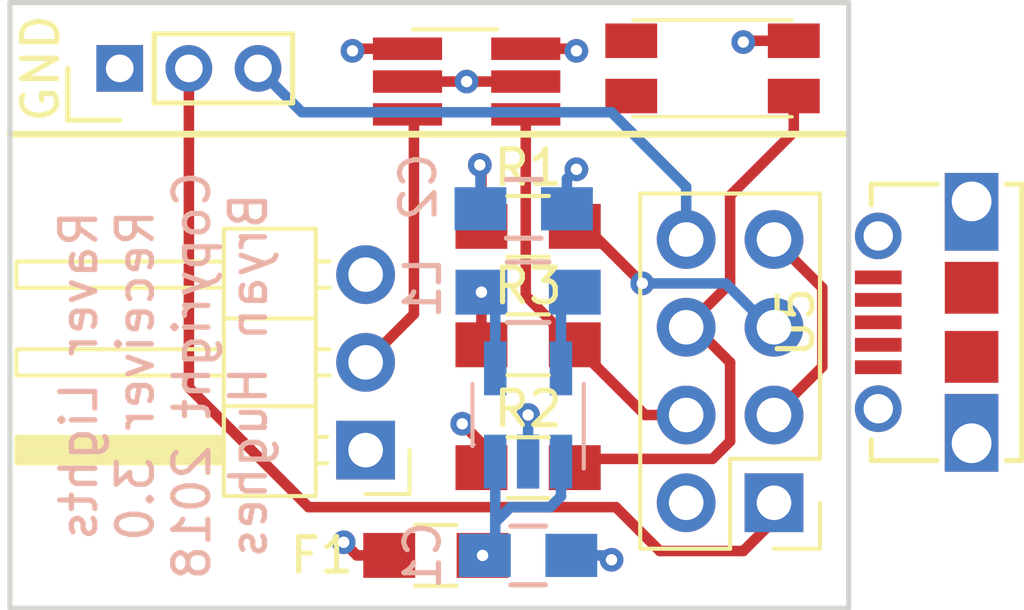
<source format=kicad_pcb>
(kicad_pcb (version 20171130) (host pcbnew "(5.0.2)-1")

  (general
    (thickness 1.6)
    (drawings 7)
    (tracks 83)
    (zones 0)
    (modules 14)
    (nets 12)
  )

  (page A4)
  (layers
    (0 F.Cu signal)
    (1 Ground.Plane power hide)
    (2 Power.Plane power hide)
    (31 B.Cu signal)
    (32 B.Adhes user)
    (33 F.Adhes user)
    (34 B.Paste user)
    (35 F.Paste user)
    (36 B.SilkS user)
    (37 F.SilkS user)
    (38 B.Mask user hide)
    (39 F.Mask user hide)
    (40 Dwgs.User user)
    (41 Cmts.User user)
    (42 Eco1.User user)
    (43 Eco2.User user)
    (44 Edge.Cuts user)
    (45 Margin user)
    (46 B.CrtYd user)
    (47 F.CrtYd user)
    (48 B.Fab user)
    (49 F.Fab user hide)
  )

  (setup
    (last_trace_width 0.1524)
    (user_trace_width 0.1524)
    (user_trace_width 0.3048)
    (user_trace_width 0.6096)
    (user_trace_width 1.2192)
    (trace_clearance 0.1524)
    (zone_clearance 0.508)
    (zone_45_only no)
    (trace_min 0.1524)
    (segment_width 0.2)
    (edge_width 0.15)
    (via_size 0.6858)
    (via_drill 0.3302)
    (via_min_size 0.6858)
    (via_min_drill 0.3302)
    (user_via 0.889 0.381)
    (user_via 1.524 0.762)
    (uvia_size 0.762)
    (uvia_drill 0.508)
    (uvias_allowed no)
    (uvia_min_size 0)
    (uvia_min_drill 0)
    (pcb_text_width 0.3)
    (pcb_text_size 1.016 1.016)
    (mod_edge_width 0.15)
    (mod_text_size 1 1)
    (mod_text_width 0.15)
    (pad_size 1.524 1.524)
    (pad_drill 0.762)
    (pad_to_mask_clearance 0.2)
    (solder_mask_min_width 0.25)
    (aux_axis_origin 0 0)
    (visible_elements 7FFFFFFF)
    (pcbplotparams
      (layerselection 0x000f0_80000001)
      (usegerberextensions false)
      (usegerberattributes false)
      (usegerberadvancedattributes false)
      (creategerberjobfile false)
      (excludeedgelayer true)
      (linewidth 0.100000)
      (plotframeref false)
      (viasonmask false)
      (mode 1)
      (useauxorigin false)
      (hpglpennumber 1)
      (hpglpenspeed 20)
      (hpglpendiameter 15.000000)
      (psnegative false)
      (psa4output false)
      (plotreference true)
      (plotvalue true)
      (plotinvisibletext false)
      (padsonsilk false)
      (subtractmaskfromsilk false)
      (outputformat 1)
      (mirror false)
      (drillshape 0)
      (scaleselection 1)
      (outputdirectory ""))
  )

  (net 0 "")
  (net 1 "Net-(L1-Pad1)")
  (net 2 +5V)
  (net 3 GND)
  (net 4 VCC)
  (net 5 "Net-(P4-Pad2)")
  (net 6 "Net-(P4-Pad3)")
  (net 7 "Net-(R1-Pad2)")
  (net 8 "Net-(R2-Pad2)")
  (net 9 "Net-(R3-Pad2)")
  (net 10 "Net-(U3-Pad2)")
  (net 11 "Net-(C1-Pad1)")

  (net_class Default "This is the default net class."
    (clearance 0.1524)
    (trace_width 0.1524)
    (via_dia 0.6858)
    (via_drill 0.3302)
    (uvia_dia 0.762)
    (uvia_drill 0.508)
    (add_net +5V)
    (add_net GND)
    (add_net "Net-(C1-Pad1)")
    (add_net "Net-(L1-Pad1)")
    (add_net "Net-(P4-Pad2)")
    (add_net "Net-(P4-Pad3)")
    (add_net "Net-(R1-Pad2)")
    (add_net "Net-(R2-Pad2)")
    (add_net "Net-(R3-Pad2)")
    (add_net "Net-(U3-Pad2)")
    (add_net VCC)
  )

  (module Capacitors_SMD:C_0805_HandSoldering (layer B.Cu) (tedit 5AF7DF4F) (tstamp 584F7551)
    (at 142.621 146.177)
    (descr "Capacitor SMD 0805, hand soldering")
    (tags "capacitor 0805")
    (path /57A0E3BE)
    (attr smd)
    (fp_text reference C1 (at -3.048 0 90) (layer B.SilkS)
      (effects (font (size 1 1) (thickness 0.15)) (justify mirror))
    )
    (fp_text value 4.7uF (at -8.255 -0.635) (layer B.Fab) hide
      (effects (font (size 1 1) (thickness 0.15)) (justify mirror))
    )
    (fp_line (start -1 -0.625) (end -1 0.625) (layer B.Fab) (width 0.15))
    (fp_line (start 1 -0.625) (end -1 -0.625) (layer B.Fab) (width 0.15))
    (fp_line (start 1 0.625) (end 1 -0.625) (layer B.Fab) (width 0.15))
    (fp_line (start -1 0.625) (end 1 0.625) (layer B.Fab) (width 0.15))
    (fp_line (start -2.3 1) (end 2.3 1) (layer B.CrtYd) (width 0.05))
    (fp_line (start -2.3 -1) (end 2.3 -1) (layer B.CrtYd) (width 0.05))
    (fp_line (start -2.3 1) (end -2.3 -1) (layer B.CrtYd) (width 0.05))
    (fp_line (start 2.3 1) (end 2.3 -1) (layer B.CrtYd) (width 0.05))
    (fp_line (start 0.5 0.85) (end -0.5 0.85) (layer B.SilkS) (width 0.15))
    (fp_line (start -0.5 -0.85) (end 0.5 -0.85) (layer B.SilkS) (width 0.15))
    (pad 1 smd rect (at -1.25 0) (size 1.5 1.25) (layers B.Cu B.Paste B.Mask)
      (net 11 "Net-(C1-Pad1)"))
    (pad 2 smd rect (at 1.25 0) (size 1.5 1.25) (layers B.Cu B.Paste B.Mask)
      (net 3 GND))
    (model Capacitors_SMD.3dshapes/C_0805_HandSoldering.wrl
      (at (xyz 0 0 0))
      (scale (xyz 1 1 1))
      (rotate (xyz 0 0 0))
    )
  )

  (module Capacitors_SMD:C_0805_HandSoldering (layer B.Cu) (tedit 5AF7DF59) (tstamp 584F7561)
    (at 142.494 136.144)
    (descr "Capacitor SMD 0805, hand soldering")
    (tags "capacitor 0805")
    (path /57A0E396)
    (attr smd)
    (fp_text reference C2 (at -3.048 -0.635 90) (layer B.SilkS)
      (effects (font (size 1 1) (thickness 0.15)) (justify mirror))
    )
    (fp_text value 10uF (at -1.27 -4.445) (layer B.Fab) hide
      (effects (font (size 1 1) (thickness 0.15)) (justify mirror))
    )
    (fp_line (start -1 -0.625) (end -1 0.625) (layer B.Fab) (width 0.15))
    (fp_line (start 1 -0.625) (end -1 -0.625) (layer B.Fab) (width 0.15))
    (fp_line (start 1 0.625) (end 1 -0.625) (layer B.Fab) (width 0.15))
    (fp_line (start -1 0.625) (end 1 0.625) (layer B.Fab) (width 0.15))
    (fp_line (start -2.3 1) (end 2.3 1) (layer B.CrtYd) (width 0.05))
    (fp_line (start -2.3 -1) (end 2.3 -1) (layer B.CrtYd) (width 0.05))
    (fp_line (start -2.3 1) (end -2.3 -1) (layer B.CrtYd) (width 0.05))
    (fp_line (start 2.3 1) (end 2.3 -1) (layer B.CrtYd) (width 0.05))
    (fp_line (start 0.5 0.85) (end -0.5 0.85) (layer B.SilkS) (width 0.15))
    (fp_line (start -0.5 -0.85) (end 0.5 -0.85) (layer B.SilkS) (width 0.15))
    (pad 1 smd rect (at -1.25 0) (size 1.5 1.25) (layers B.Cu B.Paste B.Mask)
      (net 4 VCC))
    (pad 2 smd rect (at 1.25 0) (size 1.5 1.25) (layers B.Cu B.Paste B.Mask)
      (net 3 GND))
    (model Capacitors_SMD.3dshapes/C_0805_HandSoldering.wrl
      (at (xyz 0 0 0))
      (scale (xyz 1 1 1))
      (rotate (xyz 0 0 0))
    )
  )

  (module Resistors_SMD:R_0805_HandSoldering (layer B.Cu) (tedit 5AF7DF5C) (tstamp 584F7571)
    (at 142.621 138.557 180)
    (descr "Resistor SMD 0805, hand soldering")
    (tags "resistor 0805")
    (path /57A0E1B1)
    (attr smd)
    (fp_text reference L1 (at 3.048 0.127 270) (layer B.SilkS)
      (effects (font (size 1 1) (thickness 0.15)) (justify mirror))
    )
    (fp_text value 2.2uH (at 7.62 0.635 180) (layer B.Fab) hide
      (effects (font (size 1 1) (thickness 0.15)) (justify mirror))
    )
    (fp_line (start -1 -0.625) (end -1 0.625) (layer B.Fab) (width 0.1))
    (fp_line (start 1 -0.625) (end -1 -0.625) (layer B.Fab) (width 0.1))
    (fp_line (start 1 0.625) (end 1 -0.625) (layer B.Fab) (width 0.1))
    (fp_line (start -1 0.625) (end 1 0.625) (layer B.Fab) (width 0.1))
    (fp_line (start -2.4 1) (end 2.4 1) (layer B.CrtYd) (width 0.05))
    (fp_line (start -2.4 -1) (end 2.4 -1) (layer B.CrtYd) (width 0.05))
    (fp_line (start -2.4 1) (end -2.4 -1) (layer B.CrtYd) (width 0.05))
    (fp_line (start 2.4 1) (end 2.4 -1) (layer B.CrtYd) (width 0.05))
    (fp_line (start 0.6 -0.875) (end -0.6 -0.875) (layer B.SilkS) (width 0.15))
    (fp_line (start -0.6 0.875) (end 0.6 0.875) (layer B.SilkS) (width 0.15))
    (pad 1 smd rect (at -1.35 0 180) (size 1.5 1.3) (layers B.Cu B.Paste B.Mask)
      (net 1 "Net-(L1-Pad1)"))
    (pad 2 smd rect (at 1.35 0 180) (size 1.5 1.3) (layers B.Cu B.Paste B.Mask)
      (net 4 VCC))
    (model Resistors_SMD.3dshapes/R_0805_HandSoldering.wrl
      (at (xyz 0 0 0))
      (scale (xyz 1 1 1))
      (rotate (xyz 0 0 0))
    )
  )

  (module Pin_Headers:Pin_Header_Straight_1x03_Pitch2.00mm (layer F.Cu) (tedit 58535BB3) (tstamp 58505AD4)
    (at 130.81 132.08 90)
    (descr "Through hole pin header, 1x03, 2.00mm pitch, single row")
    (tags "pin header single row")
    (path /584F7038)
    (fp_text reference P4 (at 14.351 -5.08 90) (layer F.SilkS) hide
      (effects (font (size 1 1) (thickness 0.15)))
    )
    (fp_text value SERIAL (at -10.16 -4.445 90) (layer F.Fab) hide
      (effects (font (size 1 1) (thickness 0.15)))
    )
    (fp_line (start -1 1) (end 1 1) (layer F.SilkS) (width 0.15))
    (fp_line (start 1 1) (end 1 5) (layer F.SilkS) (width 0.15))
    (fp_line (start 1 5) (end -1 5) (layer F.SilkS) (width 0.15))
    (fp_line (start -1 5) (end -1 1) (layer F.SilkS) (width 0.15))
    (fp_line (start -1.6 -1.6) (end 1.6 -1.6) (layer F.CrtYd) (width 0.05))
    (fp_line (start 1.6 -1.6) (end 1.6 5.6) (layer F.CrtYd) (width 0.05))
    (fp_line (start 1.6 5.6) (end -1.6 5.6) (layer F.CrtYd) (width 0.05))
    (fp_line (start -1.6 5.6) (end -1.6 -1.6) (layer F.CrtYd) (width 0.05))
    (fp_line (start -1.5 0) (end -1.5 -1.5) (layer F.SilkS) (width 0.15))
    (fp_line (start -1.5 -1.5) (end 0 -1.5) (layer F.SilkS) (width 0.15))
    (pad 1 thru_hole rect (at 0 0 90) (size 1.35 1.35) (drill 0.8) (layers *.Cu *.Mask)
      (net 3 GND))
    (pad 2 thru_hole circle (at 0 2 90) (size 1.35 1.35) (drill 0.8) (layers *.Cu *.Mask)
      (net 5 "Net-(P4-Pad2)"))
    (pad 3 thru_hole circle (at 0 4 90) (size 1.35 1.35) (drill 0.8) (layers *.Cu *.Mask)
      (net 6 "Net-(P4-Pad3)"))
    (model Pin_Headers.3dshapes/Pin_Header_Straight_1x03_Pitch2.00mm.wrl
      (at (xyz 0 0 0))
      (scale (xyz 1 1 1))
      (rotate (xyz 0 0 0))
    )
  )

  (module Resistors_SMD:R_0805_HandSoldering (layer F.Cu) (tedit 5AF7DE59) (tstamp 5AF73F3F)
    (at 142.621 136.652)
    (descr "Resistor SMD 0805, hand soldering")
    (tags "resistor 0805")
    (path /5AF750F4)
    (attr smd)
    (fp_text reference R1 (at 0 -1.7) (layer F.SilkS)
      (effects (font (size 1 1) (thickness 0.15)))
    )
    (fp_text value 10k (at 0 1.75) (layer F.Fab) hide
      (effects (font (size 1 1) (thickness 0.15)))
    )
    (fp_text user %R (at 0 0) (layer F.Fab)
      (effects (font (size 0.5 0.5) (thickness 0.075)))
    )
    (fp_line (start -1 0.62) (end -1 -0.62) (layer F.Fab) (width 0.1))
    (fp_line (start 1 0.62) (end -1 0.62) (layer F.Fab) (width 0.1))
    (fp_line (start 1 -0.62) (end 1 0.62) (layer F.Fab) (width 0.1))
    (fp_line (start -1 -0.62) (end 1 -0.62) (layer F.Fab) (width 0.1))
    (fp_line (start 0.6 0.88) (end -0.6 0.88) (layer F.SilkS) (width 0.12))
    (fp_line (start -0.6 -0.88) (end 0.6 -0.88) (layer F.SilkS) (width 0.12))
    (fp_line (start -2.35 -0.9) (end 2.35 -0.9) (layer F.CrtYd) (width 0.05))
    (fp_line (start -2.35 -0.9) (end -2.35 0.9) (layer F.CrtYd) (width 0.05))
    (fp_line (start 2.35 0.9) (end 2.35 -0.9) (layer F.CrtYd) (width 0.05))
    (fp_line (start 2.35 0.9) (end -2.35 0.9) (layer F.CrtYd) (width 0.05))
    (pad 1 smd rect (at -1.35 0) (size 1.5 1.3) (layers F.Cu F.Paste F.Mask)
      (net 4 VCC))
    (pad 2 smd rect (at 1.35 0) (size 1.5 1.3) (layers F.Cu F.Paste F.Mask)
      (net 7 "Net-(R1-Pad2)"))
    (model ${KISYS3DMOD}/Resistors_SMD.3dshapes/R_0805.wrl
      (at (xyz 0 0 0))
      (scale (xyz 1 1 1))
      (rotate (xyz 0 0 0))
    )
  )

  (module Resistors_SMD:R_0805_HandSoldering (layer F.Cu) (tedit 5AF7DE65) (tstamp 5AF73F50)
    (at 142.621 143.637)
    (descr "Resistor SMD 0805, hand soldering")
    (tags "resistor 0805")
    (path /5AF74B18)
    (attr smd)
    (fp_text reference R2 (at 0 -1.7) (layer F.SilkS)
      (effects (font (size 1 1) (thickness 0.15)))
    )
    (fp_text value 1k (at 0 1.75) (layer F.Fab) hide
      (effects (font (size 1 1) (thickness 0.15)))
    )
    (fp_text user %R (at 0 0) (layer F.Fab)
      (effects (font (size 0.5 0.5) (thickness 0.075)))
    )
    (fp_line (start -1 0.62) (end -1 -0.62) (layer F.Fab) (width 0.1))
    (fp_line (start 1 0.62) (end -1 0.62) (layer F.Fab) (width 0.1))
    (fp_line (start 1 -0.62) (end 1 0.62) (layer F.Fab) (width 0.1))
    (fp_line (start -1 -0.62) (end 1 -0.62) (layer F.Fab) (width 0.1))
    (fp_line (start 0.6 0.88) (end -0.6 0.88) (layer F.SilkS) (width 0.12))
    (fp_line (start -0.6 -0.88) (end 0.6 -0.88) (layer F.SilkS) (width 0.12))
    (fp_line (start -2.35 -0.9) (end 2.35 -0.9) (layer F.CrtYd) (width 0.05))
    (fp_line (start -2.35 -0.9) (end -2.35 0.9) (layer F.CrtYd) (width 0.05))
    (fp_line (start 2.35 0.9) (end 2.35 -0.9) (layer F.CrtYd) (width 0.05))
    (fp_line (start 2.35 0.9) (end -2.35 0.9) (layer F.CrtYd) (width 0.05))
    (pad 1 smd rect (at -1.35 0) (size 1.5 1.3) (layers F.Cu F.Paste F.Mask)
      (net 4 VCC))
    (pad 2 smd rect (at 1.35 0) (size 1.5 1.3) (layers F.Cu F.Paste F.Mask)
      (net 8 "Net-(R2-Pad2)"))
    (model ${KISYS3DMOD}/Resistors_SMD.3dshapes/R_0805.wrl
      (at (xyz 0 0 0))
      (scale (xyz 1 1 1))
      (rotate (xyz 0 0 0))
    )
  )

  (module Resistors_SMD:R_0805_HandSoldering (layer F.Cu) (tedit 5AF7DE60) (tstamp 5AF73F61)
    (at 142.621 140.081)
    (descr "Resistor SMD 0805, hand soldering")
    (tags "resistor 0805")
    (path /5AF74F31)
    (attr smd)
    (fp_text reference R3 (at 0 -1.7) (layer F.SilkS)
      (effects (font (size 1 1) (thickness 0.15)))
    )
    (fp_text value 10k (at 0 1.75) (layer F.Fab) hide
      (effects (font (size 1 1) (thickness 0.15)))
    )
    (fp_text user %R (at 0 0) (layer F.Fab)
      (effects (font (size 0.5 0.5) (thickness 0.075)))
    )
    (fp_line (start -1 0.62) (end -1 -0.62) (layer F.Fab) (width 0.1))
    (fp_line (start 1 0.62) (end -1 0.62) (layer F.Fab) (width 0.1))
    (fp_line (start 1 -0.62) (end 1 0.62) (layer F.Fab) (width 0.1))
    (fp_line (start -1 -0.62) (end 1 -0.62) (layer F.Fab) (width 0.1))
    (fp_line (start 0.6 0.88) (end -0.6 0.88) (layer F.SilkS) (width 0.12))
    (fp_line (start -0.6 -0.88) (end 0.6 -0.88) (layer F.SilkS) (width 0.12))
    (fp_line (start -2.35 -0.9) (end 2.35 -0.9) (layer F.CrtYd) (width 0.05))
    (fp_line (start -2.35 -0.9) (end -2.35 0.9) (layer F.CrtYd) (width 0.05))
    (fp_line (start 2.35 0.9) (end 2.35 -0.9) (layer F.CrtYd) (width 0.05))
    (fp_line (start 2.35 0.9) (end -2.35 0.9) (layer F.CrtYd) (width 0.05))
    (pad 1 smd rect (at -1.35 0) (size 1.5 1.3) (layers F.Cu F.Paste F.Mask)
      (net 4 VCC))
    (pad 2 smd rect (at 1.35 0) (size 1.5 1.3) (layers F.Cu F.Paste F.Mask)
      (net 9 "Net-(R3-Pad2)"))
    (model ${KISYS3DMOD}/Resistors_SMD.3dshapes/R_0805.wrl
      (at (xyz 0 0 0))
      (scale (xyz 1 1 1))
      (rotate (xyz 0 0 0))
    )
  )

  (module Pin_Headers:Pin_Header_Straight_2x04_Pitch2.54mm (layer F.Cu) (tedit 5AF9EAA4) (tstamp 5AF73F7F)
    (at 149.733 144.653 180)
    (descr "Through hole straight pin header, 2x04, 2.54mm pitch, double rows")
    (tags "Through hole pin header THT 2x04 2.54mm double row")
    (path /5AB148BB)
    (fp_text reference U2 (at 1.27 -2.33 180) (layer F.SilkS) hide
      (effects (font (size 1 1) (thickness 0.15)))
    )
    (fp_text value ESP-01 (at 1.27 9.95 180) (layer F.Fab) hide
      (effects (font (size 1 1) (thickness 0.15)))
    )
    (fp_line (start 0 -1.27) (end 3.81 -1.27) (layer F.Fab) (width 0.1))
    (fp_line (start 3.81 -1.27) (end 3.81 8.89) (layer F.Fab) (width 0.1))
    (fp_line (start 3.81 8.89) (end -1.27 8.89) (layer F.Fab) (width 0.1))
    (fp_line (start -1.27 8.89) (end -1.27 0) (layer F.Fab) (width 0.1))
    (fp_line (start -1.27 0) (end 0 -1.27) (layer F.Fab) (width 0.1))
    (fp_line (start -1.33 8.95) (end 3.87 8.95) (layer F.SilkS) (width 0.12))
    (fp_line (start -1.33 1.27) (end -1.33 8.95) (layer F.SilkS) (width 0.12))
    (fp_line (start 3.87 -1.33) (end 3.87 8.95) (layer F.SilkS) (width 0.12))
    (fp_line (start -1.33 1.27) (end 1.27 1.27) (layer F.SilkS) (width 0.12))
    (fp_line (start 1.27 1.27) (end 1.27 -1.33) (layer F.SilkS) (width 0.12))
    (fp_line (start 1.27 -1.33) (end 3.87 -1.33) (layer F.SilkS) (width 0.12))
    (fp_line (start -1.33 0) (end -1.33 -1.33) (layer F.SilkS) (width 0.12))
    (fp_line (start -1.33 -1.33) (end 0 -1.33) (layer F.SilkS) (width 0.12))
    (fp_line (start -1.8 -1.8) (end -1.8 9.4) (layer F.CrtYd) (width 0.05))
    (fp_line (start -1.8 9.4) (end 4.35 9.4) (layer F.CrtYd) (width 0.05))
    (fp_line (start 4.35 9.4) (end 4.35 -1.8) (layer F.CrtYd) (width 0.05))
    (fp_line (start 4.35 -1.8) (end -1.8 -1.8) (layer F.CrtYd) (width 0.05))
    (fp_text user %R (at 1.27 3.81 270) (layer F.Fab) hide
      (effects (font (size 1 1) (thickness 0.15)))
    )
    (pad 1 thru_hole rect (at 0 0 180) (size 1.7 1.7) (drill 1) (layers *.Cu *.Mask)
      (net 5 "Net-(P4-Pad2)"))
    (pad 2 thru_hole oval (at 2.54 0 180) (size 1.7 1.7) (drill 1) (layers *.Cu *.Mask)
      (net 3 GND))
    (pad 3 thru_hole oval (at 0 2.54 180) (size 1.7 1.7) (drill 1) (layers *.Cu *.Mask)
      (net 4 VCC))
    (pad 4 thru_hole oval (at 2.54 2.54 180) (size 1.7 1.7) (drill 1) (layers *.Cu *.Mask)
      (net 9 "Net-(R3-Pad2)"))
    (pad 5 thru_hole oval (at 0 5.08 180) (size 1.7 1.7) (drill 1) (layers *.Cu *.Mask)
      (net 7 "Net-(R1-Pad2)"))
    (pad 6 thru_hole oval (at 2.54 5.08 180) (size 1.7 1.7) (drill 1) (layers *.Cu *.Mask)
      (net 8 "Net-(R2-Pad2)"))
    (pad 7 thru_hole oval (at 0 7.62 180) (size 1.7 1.7) (drill 1) (layers *.Cu *.Mask)
      (net 4 VCC))
    (pad 8 thru_hole oval (at 2.54 7.62 180) (size 1.7 1.7) (drill 1) (layers *.Cu *.Mask)
      (net 6 "Net-(P4-Pad3)"))
    (model ${KISYS3DMOD}/Pin_Headers.3dshapes/Pin_Header_Straight_2x04_Pitch2.54mm.wrl
      (at (xyz 0 0 0))
      (scale (xyz 1 1 1))
      (rotate (xyz 0 0 0))
    )
  )

  (module Pin_Headers:Pin_Header_Angled_1x03_Pitch2.54mm (layer F.Cu) (tedit 5AF9EAAB) (tstamp 5AF73FBF)
    (at 137.922 143.129 180)
    (descr "Through hole angled pin header, 1x03, 2.54mm pitch, 6mm pin length, single row")
    (tags "Through hole angled pin header THT 1x03 2.54mm single row")
    (path /5AF73B94)
    (fp_text reference U3 (at 4.385 -2.27 180) (layer F.SilkS) hide
      (effects (font (size 1 1) (thickness 0.15)))
    )
    (fp_text value NeoPixel (at 4.385 7.35 180) (layer F.Fab) hide
      (effects (font (size 1 1) (thickness 0.15)))
    )
    (fp_line (start 2.135 -1.27) (end 4.04 -1.27) (layer F.Fab) (width 0.1))
    (fp_line (start 4.04 -1.27) (end 4.04 6.35) (layer F.Fab) (width 0.1))
    (fp_line (start 4.04 6.35) (end 1.5 6.35) (layer F.Fab) (width 0.1))
    (fp_line (start 1.5 6.35) (end 1.5 -0.635) (layer F.Fab) (width 0.1))
    (fp_line (start 1.5 -0.635) (end 2.135 -1.27) (layer F.Fab) (width 0.1))
    (fp_line (start -0.32 -0.32) (end 1.5 -0.32) (layer F.Fab) (width 0.1))
    (fp_line (start -0.32 -0.32) (end -0.32 0.32) (layer F.Fab) (width 0.1))
    (fp_line (start -0.32 0.32) (end 1.5 0.32) (layer F.Fab) (width 0.1))
    (fp_line (start 4.04 -0.32) (end 10.04 -0.32) (layer F.Fab) (width 0.1))
    (fp_line (start 10.04 -0.32) (end 10.04 0.32) (layer F.Fab) (width 0.1))
    (fp_line (start 4.04 0.32) (end 10.04 0.32) (layer F.Fab) (width 0.1))
    (fp_line (start -0.32 2.22) (end 1.5 2.22) (layer F.Fab) (width 0.1))
    (fp_line (start -0.32 2.22) (end -0.32 2.86) (layer F.Fab) (width 0.1))
    (fp_line (start -0.32 2.86) (end 1.5 2.86) (layer F.Fab) (width 0.1))
    (fp_line (start 4.04 2.22) (end 10.04 2.22) (layer F.Fab) (width 0.1))
    (fp_line (start 10.04 2.22) (end 10.04 2.86) (layer F.Fab) (width 0.1))
    (fp_line (start 4.04 2.86) (end 10.04 2.86) (layer F.Fab) (width 0.1))
    (fp_line (start -0.32 4.76) (end 1.5 4.76) (layer F.Fab) (width 0.1))
    (fp_line (start -0.32 4.76) (end -0.32 5.4) (layer F.Fab) (width 0.1))
    (fp_line (start -0.32 5.4) (end 1.5 5.4) (layer F.Fab) (width 0.1))
    (fp_line (start 4.04 4.76) (end 10.04 4.76) (layer F.Fab) (width 0.1))
    (fp_line (start 10.04 4.76) (end 10.04 5.4) (layer F.Fab) (width 0.1))
    (fp_line (start 4.04 5.4) (end 10.04 5.4) (layer F.Fab) (width 0.1))
    (fp_line (start 1.44 -1.33) (end 1.44 6.41) (layer F.SilkS) (width 0.12))
    (fp_line (start 1.44 6.41) (end 4.1 6.41) (layer F.SilkS) (width 0.12))
    (fp_line (start 4.1 6.41) (end 4.1 -1.33) (layer F.SilkS) (width 0.12))
    (fp_line (start 4.1 -1.33) (end 1.44 -1.33) (layer F.SilkS) (width 0.12))
    (fp_line (start 4.1 -0.38) (end 10.1 -0.38) (layer F.SilkS) (width 0.12))
    (fp_line (start 10.1 -0.38) (end 10.1 0.38) (layer F.SilkS) (width 0.12))
    (fp_line (start 10.1 0.38) (end 4.1 0.38) (layer F.SilkS) (width 0.12))
    (fp_line (start 4.1 -0.32) (end 10.1 -0.32) (layer F.SilkS) (width 0.12))
    (fp_line (start 4.1 -0.2) (end 10.1 -0.2) (layer F.SilkS) (width 0.12))
    (fp_line (start 4.1 -0.08) (end 10.1 -0.08) (layer F.SilkS) (width 0.12))
    (fp_line (start 4.1 0.04) (end 10.1 0.04) (layer F.SilkS) (width 0.12))
    (fp_line (start 4.1 0.16) (end 10.1 0.16) (layer F.SilkS) (width 0.12))
    (fp_line (start 4.1 0.28) (end 10.1 0.28) (layer F.SilkS) (width 0.12))
    (fp_line (start 1.11 -0.38) (end 1.44 -0.38) (layer F.SilkS) (width 0.12))
    (fp_line (start 1.11 0.38) (end 1.44 0.38) (layer F.SilkS) (width 0.12))
    (fp_line (start 1.44 1.27) (end 4.1 1.27) (layer F.SilkS) (width 0.12))
    (fp_line (start 4.1 2.16) (end 10.1 2.16) (layer F.SilkS) (width 0.12))
    (fp_line (start 10.1 2.16) (end 10.1 2.92) (layer F.SilkS) (width 0.12))
    (fp_line (start 10.1 2.92) (end 4.1 2.92) (layer F.SilkS) (width 0.12))
    (fp_line (start 1.042929 2.16) (end 1.44 2.16) (layer F.SilkS) (width 0.12))
    (fp_line (start 1.042929 2.92) (end 1.44 2.92) (layer F.SilkS) (width 0.12))
    (fp_line (start 1.44 3.81) (end 4.1 3.81) (layer F.SilkS) (width 0.12))
    (fp_line (start 4.1 4.7) (end 10.1 4.7) (layer F.SilkS) (width 0.12))
    (fp_line (start 10.1 4.7) (end 10.1 5.46) (layer F.SilkS) (width 0.12))
    (fp_line (start 10.1 5.46) (end 4.1 5.46) (layer F.SilkS) (width 0.12))
    (fp_line (start 1.042929 4.7) (end 1.44 4.7) (layer F.SilkS) (width 0.12))
    (fp_line (start 1.042929 5.46) (end 1.44 5.46) (layer F.SilkS) (width 0.12))
    (fp_line (start -1.27 0) (end -1.27 -1.27) (layer F.SilkS) (width 0.12))
    (fp_line (start -1.27 -1.27) (end 0 -1.27) (layer F.SilkS) (width 0.12))
    (fp_line (start -1.8 -1.8) (end -1.8 6.85) (layer F.CrtYd) (width 0.05))
    (fp_line (start -1.8 6.85) (end 10.55 6.85) (layer F.CrtYd) (width 0.05))
    (fp_line (start 10.55 6.85) (end 10.55 -1.8) (layer F.CrtYd) (width 0.05))
    (fp_line (start 10.55 -1.8) (end -1.8 -1.8) (layer F.CrtYd) (width 0.05))
    (fp_text user %R (at 2.77 2.54 270) (layer F.Fab) hide
      (effects (font (size 1 1) (thickness 0.15)))
    )
    (pad 1 thru_hole rect (at 0 0 180) (size 1.7 1.7) (drill 1) (layers *.Cu *.Mask)
      (net 3 GND))
    (pad 2 thru_hole oval (at 0 2.54 180) (size 1.7 1.7) (drill 1) (layers *.Cu *.Mask)
      (net 10 "Net-(U3-Pad2)"))
    (pad 3 thru_hole oval (at 0 5.08 180) (size 1.7 1.7) (drill 1) (layers *.Cu *.Mask)
      (net 2 +5V))
    (model ${KISYS3DMOD}/Pin_Headers.3dshapes/Pin_Header_Angled_1x03_Pitch2.54mm.wrl
      (at (xyz 0 0 0))
      (scale (xyz 1 1 1))
      (rotate (xyz 0 0 0))
    )
  )

  (module TO_SOT_Packages_SMD:TSOT-23-6_HandSoldering (layer F.Cu) (tedit 5AF7DE7C) (tstamp 5AF73FD5)
    (at 140.843 132.461)
    (descr "6-pin TSOT23 package, http://cds.linear.com/docs/en/packaging/SOT_6_05-08-1636.pdf")
    (tags "TSOT-23-6 MK06A TSOT-6 Hand-soldering")
    (path /5AF73B4F)
    (attr smd)
    (fp_text reference U4 (at 0 -2.45) (layer F.SilkS) hide
      (effects (font (size 1 1) (thickness 0.15)))
    )
    (fp_text value SN74LVC1T45 (at 0 2.5) (layer F.Fab) hide
      (effects (font (size 1 1) (thickness 0.15)))
    )
    (fp_text user %R (at 0 0 90) (layer F.Fab)
      (effects (font (size 0.5 0.5) (thickness 0.075)))
    )
    (fp_line (start -0.88 1.56) (end 0.88 1.56) (layer F.SilkS) (width 0.12))
    (fp_line (start 0.88 -1.51) (end -1.55 -1.51) (layer F.SilkS) (width 0.12))
    (fp_line (start -0.88 -1) (end -0.43 -1.45) (layer F.Fab) (width 0.1))
    (fp_line (start 0.88 -1.45) (end -0.43 -1.45) (layer F.Fab) (width 0.1))
    (fp_line (start -0.88 -1) (end -0.88 1.45) (layer F.Fab) (width 0.1))
    (fp_line (start 0.88 1.45) (end -0.88 1.45) (layer F.Fab) (width 0.1))
    (fp_line (start 0.88 -1.45) (end 0.88 1.45) (layer F.Fab) (width 0.1))
    (fp_line (start -2.96 -1.7) (end 2.96 -1.7) (layer F.CrtYd) (width 0.05))
    (fp_line (start -2.96 -1.7) (end -2.96 1.7) (layer F.CrtYd) (width 0.05))
    (fp_line (start 2.96 1.7) (end 2.96 -1.7) (layer F.CrtYd) (width 0.05))
    (fp_line (start 2.96 1.7) (end -2.96 1.7) (layer F.CrtYd) (width 0.05))
    (pad 1 smd rect (at -1.71 -0.95) (size 2 0.65) (layers F.Cu F.Paste F.Mask)
      (net 2 +5V))
    (pad 2 smd rect (at -1.71 0) (size 2 0.65) (layers F.Cu F.Paste F.Mask)
      (net 3 GND))
    (pad 3 smd rect (at -1.71 0.95) (size 2 0.65) (layers F.Cu F.Paste F.Mask)
      (net 10 "Net-(U3-Pad2)"))
    (pad 4 smd rect (at 1.71 0.95) (size 2 0.65) (layers F.Cu F.Paste F.Mask)
      (net 9 "Net-(R3-Pad2)"))
    (pad 5 smd rect (at 1.71 0) (size 2 0.65) (layers F.Cu F.Paste F.Mask)
      (net 3 GND))
    (pad 6 smd rect (at 1.71 -0.95) (size 2 0.65) (layers F.Cu F.Paste F.Mask)
      (net 4 VCC))
    (model ${KISYS3DMOD}/TO_SOT_Packages_SMD.3dshapes/TSOT-23-6.wrl
      (at (xyz 0 0 0))
      (scale (xyz 1 1 1))
      (rotate (xyz 0 0 0))
    )
  )

  (module nebrius-switch:KMR641NG (layer F.Cu) (tedit 5AF7DECC) (tstamp 5AF7409C)
    (at 147.955 132.08 180)
    (path /5AF74A6E)
    (fp_text reference SW1 (at 0 4 180) (layer F.SilkS) hide
      (effects (font (size 1 1) (thickness 0.15)))
    )
    (fp_text value SW_DPST (at 0 -4.75 180) (layer F.Fab) hide
      (effects (font (size 1 1) (thickness 0.15)))
    )
    (fp_line (start -2.3 1.4) (end 2.3 1.4) (layer F.SilkS) (width 0.1))
    (fp_line (start -2.3 -1.4) (end 2.3 -1.4) (layer F.SilkS) (width 0.1))
    (pad 1 smd rect (at -2.35 -0.8 180) (size 1.5 1) (layers F.Cu F.Paste F.Mask)
      (net 8 "Net-(R2-Pad2)"))
    (pad 2 smd rect (at -2.35 0.8 180) (size 1.5 1) (layers F.Cu F.Paste F.Mask)
      (net 3 GND))
    (pad 3 smd rect (at 2.35 -0.8 180) (size 1.5 1) (layers F.Cu F.Paste F.Mask))
    (pad 4 smd rect (at 2.35 0.8 180) (size 1.5 1) (layers F.Cu F.Paste F.Mask))
  )

  (module TO_SOT_Packages_SMD:SOT-23-5_HandSoldering (layer B.Cu) (tedit 5AF7EBF4) (tstamp 5AF740A5)
    (at 142.621 142.113 90)
    (descr "5-pin SOT23 package")
    (tags "SOT-23-5 hand-soldering")
    (path /5AB1453B)
    (attr smd)
    (fp_text reference U1 (at 0 2.9 90) (layer B.SilkS) hide
      (effects (font (size 1 1) (thickness 0.15)) (justify mirror))
    )
    (fp_text value LM3671 (at 0 -2.9 90) (layer B.Fab) hide
      (effects (font (size 1 1) (thickness 0.15)) (justify mirror))
    )
    (fp_text user %R (at 0 0) (layer B.Fab)
      (effects (font (size 0.5 0.5) (thickness 0.075)) (justify mirror))
    )
    (fp_line (start -0.9 -1.61) (end 0.9 -1.61) (layer B.SilkS) (width 0.12))
    (fp_line (start 0.9 1.61) (end -1.55 1.61) (layer B.SilkS) (width 0.12))
    (fp_line (start -0.9 0.9) (end -0.25 1.55) (layer B.Fab) (width 0.1))
    (fp_line (start 0.9 1.55) (end -0.25 1.55) (layer B.Fab) (width 0.1))
    (fp_line (start -0.9 0.9) (end -0.9 -1.55) (layer B.Fab) (width 0.1))
    (fp_line (start 0.9 -1.55) (end -0.9 -1.55) (layer B.Fab) (width 0.1))
    (fp_line (start 0.9 1.55) (end 0.9 -1.55) (layer B.Fab) (width 0.1))
    (fp_line (start -2.38 1.8) (end 2.38 1.8) (layer B.CrtYd) (width 0.05))
    (fp_line (start -2.38 1.8) (end -2.38 -1.8) (layer B.CrtYd) (width 0.05))
    (fp_line (start 2.38 -1.8) (end 2.38 1.8) (layer B.CrtYd) (width 0.05))
    (fp_line (start 2.38 -1.8) (end -2.38 -1.8) (layer B.CrtYd) (width 0.05))
    (pad 1 smd rect (at -1.35 0.95 90) (size 1.56 0.65) (layers B.Cu B.Paste B.Mask)
      (net 11 "Net-(C1-Pad1)"))
    (pad 2 smd rect (at -1.35 0 90) (size 1.56 0.65) (layers B.Cu B.Paste B.Mask)
      (net 3 GND))
    (pad 3 smd rect (at -1.35 -0.95 90) (size 1.56 0.65) (layers B.Cu B.Paste B.Mask)
      (net 11 "Net-(C1-Pad1)"))
    (pad 4 smd rect (at 1.35 -0.95 90) (size 1.56 0.65) (layers B.Cu B.Paste B.Mask)
      (net 4 VCC))
    (pad 5 smd rect (at 1.35 0.95 90) (size 1.56 0.65) (layers B.Cu B.Paste B.Mask)
      (net 1 "Net-(L1-Pad1)"))
    (model ${KISYS3DMOD}/TO_SOT_Packages_SMD.3dshapes\SOT-23-5.wrl
      (at (xyz 0 0 0))
      (scale (xyz 1 1 1))
      (rotate (xyz 0 0 0))
    )
  )

  (module Resistors_SMD:R_0805_HandSoldering (layer F.Cu) (tedit 5AF9F04D) (tstamp 5AF9F08B)
    (at 139.954 146.177 180)
    (descr "Resistor SMD 0805, hand soldering")
    (tags "resistor 0805")
    (path /5AF9F066)
    (attr smd)
    (fp_text reference F1 (at 3.302 0 180) (layer F.SilkS)
      (effects (font (size 1 1) (thickness 0.15)))
    )
    (fp_text value Fuse (at 0 1.75 180) (layer F.Fab) hide
      (effects (font (size 1 1) (thickness 0.15)))
    )
    (fp_text user %R (at 0 0 180) (layer F.Fab)
      (effects (font (size 0.5 0.5) (thickness 0.075)))
    )
    (fp_line (start -1 0.62) (end -1 -0.62) (layer F.Fab) (width 0.1))
    (fp_line (start 1 0.62) (end -1 0.62) (layer F.Fab) (width 0.1))
    (fp_line (start 1 -0.62) (end 1 0.62) (layer F.Fab) (width 0.1))
    (fp_line (start -1 -0.62) (end 1 -0.62) (layer F.Fab) (width 0.1))
    (fp_line (start 0.6 0.88) (end -0.6 0.88) (layer F.SilkS) (width 0.12))
    (fp_line (start -0.6 -0.88) (end 0.6 -0.88) (layer F.SilkS) (width 0.12))
    (fp_line (start -2.35 -0.9) (end 2.35 -0.9) (layer F.CrtYd) (width 0.05))
    (fp_line (start -2.35 -0.9) (end -2.35 0.9) (layer F.CrtYd) (width 0.05))
    (fp_line (start 2.35 0.9) (end 2.35 -0.9) (layer F.CrtYd) (width 0.05))
    (fp_line (start 2.35 0.9) (end -2.35 0.9) (layer F.CrtYd) (width 0.05))
    (pad 1 smd rect (at -1.35 0 180) (size 1.5 1.3) (layers F.Cu F.Paste F.Mask)
      (net 11 "Net-(C1-Pad1)"))
    (pad 2 smd rect (at 1.35 0 180) (size 1.5 1.3) (layers F.Cu F.Paste F.Mask)
      (net 2 +5V))
    (model ${KISYS3DMOD}/Resistors_SMD.3dshapes/R_0805.wrl
      (at (xyz 0 0 0))
      (scale (xyz 1 1 1))
      (rotate (xyz 0 0 0))
    )
  )

  (module nebrius-conn:10118194 (layer F.Cu) (tedit 5A6D11FC) (tstamp 5C329F81)
    (at 155.448 139.43 90)
    (path /5C334859)
    (fp_text reference U5 (at 0 -5.08 90) (layer F.SilkS)
      (effects (font (size 1 1) (thickness 0.15)))
    )
    (fp_text value 10118194 (at 0 -7.62 90) (layer F.Fab)
      (effects (font (size 1 1) (thickness 0.15)))
    )
    (fp_line (start 4 -2.9) (end 3.4 -2.9) (layer F.SilkS) (width 0.15))
    (fp_line (start -4 -2.9) (end -3.4 -2.9) (layer F.SilkS) (width 0.15))
    (fp_line (start 4 -1) (end 4 -2.9) (layer F.SilkS) (width 0.15))
    (fp_line (start -4 -1) (end -4 -2.9) (layer F.SilkS) (width 0.15))
    (fp_line (start -4 1.45) (end -4 1) (layer F.SilkS) (width 0.15))
    (fp_line (start 4 1.45) (end 4 1) (layer F.SilkS) (width 0.15))
    (fp_line (start 4 1.45) (end -4 1.45) (layer F.SilkS) (width 0.15))
    (pad 1 smd rect (at -1.3 -2.7 90) (size 0.4 1.35) (layers F.Cu F.Paste F.Mask)
      (net 2 +5V))
    (pad 2 smd rect (at -0.65 -2.7 90) (size 0.4 1.35) (layers F.Cu F.Paste F.Mask))
    (pad 3 smd rect (at 0 -2.7 90) (size 0.4 1.35) (layers F.Cu F.Paste F.Mask))
    (pad 4 smd rect (at 0.65 -2.7 90) (size 0.4 1.35) (layers F.Cu F.Paste F.Mask))
    (pad 5 smd rect (at 1.3 -2.7 90) (size 0.4 1.35) (layers F.Cu F.Paste F.Mask)
      (net 3 GND))
    (pad 5 smd rect (at -1 0 90) (size 1.5 1.55) (layers F.Cu F.Paste F.Mask)
      (net 3 GND))
    (pad 5 smd rect (at 1 0 90) (size 1.5 1.55) (layers F.Cu F.Paste F.Mask)
      (net 3 GND))
    (pad 5 thru_hole circle (at -2.5 -2.7 90) (size 1.35 1.35) (drill 0.85) (layers *.Cu *.Mask)
      (net 3 GND))
    (pad 5 thru_hole circle (at 2.5 -2.7 90) (size 1.35 1.35) (drill 0.85) (layers *.Cu *.Mask)
      (net 3 GND))
    (pad 5 thru_hole rect (at -3.5 0 90) (size 2.25 1.55) (drill 1.15 (offset 0.3 0)) (layers *.Cu *.Mask)
      (net 3 GND))
    (pad 5 thru_hole rect (at 3.5 0 90) (size 2.25 1.55) (drill 1.15 (offset -0.3 0)) (layers *.Cu *.Mask)
      (net 3 GND))
  )

  (gr_line (start 127.635 130.175) (end 151.892 130.175) (angle 90) (layer Edge.Cuts) (width 0.15))
  (gr_line (start 127.635 147.701) (end 151.892 147.701) (angle 90) (layer Edge.Cuts) (width 0.15))
  (gr_line (start 127.635 130.175) (end 127.635 147.701) (angle 90) (layer Edge.Cuts) (width 0.15))
  (gr_line (start 151.892 147.701) (end 151.892 130.175) (angle 90) (layer Edge.Cuts) (width 0.15))
  (gr_text "Raver Lights\nReceiver 3.0\nCopyright 2018\nBryan Hughes" (at 132.08 140.97 90) (layer B.SilkS)
    (effects (font (size 1.016 1.016) (thickness 0.1524)) (justify mirror))
  )
  (gr_text GND (at 128.524 132.08 90) (layer F.SilkS)
    (effects (font (size 1.016 1.016) (thickness 0.1524)))
  )
  (gr_line (start 151.765 133.985) (end 127.635 133.985) (angle 90) (layer F.SilkS) (width 0.2))

  (segment (start 143.571 140.763) (end 143.571 138.957) (width 0.3048) (layer B.Cu) (net 1) (status 30))
  (segment (start 143.571 138.957) (end 143.971 138.557) (width 0.3048) (layer B.Cu) (net 1) (tstamp 5AF7EB9A) (status 30))
  (segment (start 138.604 146.177) (end 137.668 146.177) (width 0.3048) (layer F.Cu) (net 2) (status 10))
  (via (at 137.287 145.796) (size 0.6858) (drill 0.3302) (layers F.Cu B.Cu) (net 2))
  (segment (start 137.668 146.177) (end 137.287 145.796) (width 0.3048) (layer F.Cu) (net 2) (tstamp 5AF9F0FA))
  (segment (start 139.133 131.511) (end 137.602 131.511) (width 0.3048) (layer F.Cu) (net 2) (status 10))
  (via (at 137.541 131.572) (size 0.6858) (drill 0.3302) (layers F.Cu B.Cu) (net 2))
  (segment (start 137.602 131.511) (end 137.541 131.572) (width 0.3048) (layer F.Cu) (net 2) (tstamp 5AF7EB34))
  (segment (start 150.305 131.28) (end 148.882 131.28) (width 0.3048) (layer F.Cu) (net 3) (status 10))
  (via (at 148.844 131.318) (size 0.6858) (drill 0.3302) (layers F.Cu B.Cu) (net 3))
  (segment (start 148.882 131.28) (end 148.844 131.318) (width 0.3048) (layer F.Cu) (net 3) (tstamp 5AF9EB0B))
  (segment (start 143.744 136.144) (end 143.744 135.275) (width 0.3048) (layer B.Cu) (net 3) (status 10))
  (via (at 144.018 135.001) (size 0.6858) (drill 0.3302) (layers F.Cu B.Cu) (net 3))
  (segment (start 143.744 135.275) (end 144.018 135.001) (width 0.3048) (layer B.Cu) (net 3) (tstamp 5AF7EBA6))
  (segment (start 142.553 132.461) (end 140.843 132.461) (width 0.3048) (layer F.Cu) (net 3) (status 10))
  (via (at 140.843 132.461) (size 0.6858) (drill 0.3302) (layers F.Cu B.Cu) (net 3))
  (segment (start 140.843 132.461) (end 139.133 132.461) (width 0.3048) (layer F.Cu) (net 3) (status 20))
  (segment (start 143.871 146.177) (end 144.907 146.177) (width 0.3048) (layer B.Cu) (net 3) (status 10))
  (via (at 145.034 146.304) (size 0.6858) (drill 0.3302) (layers F.Cu B.Cu) (net 3))
  (segment (start 144.907 146.177) (end 145.034 146.304) (width 0.3048) (layer B.Cu) (net 3) (tstamp 5AF7EAE3))
  (segment (start 142.621 143.463) (end 142.621 142.113) (width 0.3048) (layer B.Cu) (net 3) (status 10))
  (via (at 142.621 142.113) (size 0.6858) (drill 0.3302) (layers F.Cu B.Cu) (net 3))
  (segment (start 149.733 137.033) (end 151.13 138.43) (width 0.3048) (layer F.Cu) (net 4) (status 10))
  (segment (start 151.13 140.716) (end 149.733 142.113) (width 0.3048) (layer F.Cu) (net 4) (tstamp 5AF9EB3D) (status 20))
  (segment (start 151.13 138.43) (end 151.13 140.716) (width 0.3048) (layer F.Cu) (net 4) (tstamp 5AF9EB39))
  (segment (start 141.271 143.637) (end 141.271 142.922) (width 0.3048) (layer F.Cu) (net 4) (status 10))
  (via (at 140.716 142.367) (size 0.6858) (drill 0.3302) (layers F.Cu B.Cu) (net 4))
  (segment (start 141.271 142.922) (end 140.716 142.367) (width 0.3048) (layer F.Cu) (net 4) (tstamp 5AF7EABD))
  (segment (start 141.671 140.763) (end 141.671 138.957) (width 0.3048) (layer B.Cu) (net 4) (status 30))
  (segment (start 141.671 138.957) (end 141.271 138.557) (width 0.3048) (layer B.Cu) (net 4) (tstamp 5AF7EAB4) (status 30))
  (via (at 141.271 138.557) (size 0.6858) (drill 0.3302) (layers F.Cu B.Cu) (net 4) (status 30))
  (segment (start 141.271 138.557) (end 141.271 140.081) (width 0.3048) (layer F.Cu) (net 4) (tstamp 5AF7EAB7) (status 20))
  (segment (start 141.271 136.652) (end 141.271 134.921) (width 0.3048) (layer F.Cu) (net 4) (status 10))
  (segment (start 141.244 134.894) (end 141.244 136.144) (width 0.3048) (layer B.Cu) (net 4) (tstamp 5AF7EAA4) (status 20))
  (segment (start 141.224 134.874) (end 141.244 134.894) (width 0.3048) (layer B.Cu) (net 4) (tstamp 5AF7EAA3))
  (via (at 141.224 134.874) (size 0.6858) (drill 0.3302) (layers F.Cu B.Cu) (net 4))
  (segment (start 141.271 134.921) (end 141.224 134.874) (width 0.3048) (layer F.Cu) (net 4) (tstamp 5AF7EA9E))
  (segment (start 142.553 131.511) (end 143.957 131.511) (width 0.3048) (layer F.Cu) (net 4) (status 10))
  (via (at 144.018 131.572) (size 0.6858) (drill 0.3302) (layers F.Cu B.Cu) (net 4))
  (segment (start 143.957 131.511) (end 144.018 131.572) (width 0.3048) (layer F.Cu) (net 4) (tstamp 5AF7EA70))
  (segment (start 149.733 144.653) (end 149.733 145.161) (width 0.3048) (layer F.Cu) (net 5) (status 30))
  (segment (start 149.733 145.161) (end 148.844 146.05) (width 0.3048) (layer F.Cu) (net 5) (tstamp 5AF7EC7F) (status 10))
  (segment (start 148.844 146.05) (end 146.431 146.05) (width 0.3048) (layer F.Cu) (net 5) (tstamp 5AF7EC87))
  (segment (start 146.431 146.05) (end 145.161 144.78) (width 0.3048) (layer F.Cu) (net 5) (tstamp 5AF7EC88))
  (segment (start 145.161 144.78) (end 136.271 144.78) (width 0.3048) (layer F.Cu) (net 5) (tstamp 5AF7EC89))
  (segment (start 136.271 144.78) (end 132.81 141.319) (width 0.3048) (layer F.Cu) (net 5) (tstamp 5AF7EC8C))
  (segment (start 132.81 141.319) (end 132.81 132.08) (width 0.3048) (layer F.Cu) (net 5) (tstamp 5AF7EC8E) (status 20))
  (segment (start 147.193 137.033) (end 147.193 135.509) (width 0.3048) (layer B.Cu) (net 6) (status 10))
  (segment (start 136.08 133.35) (end 134.81 132.08) (width 0.3048) (layer B.Cu) (net 6) (tstamp 5AF7EC71) (status 20))
  (segment (start 145.034 133.35) (end 136.08 133.35) (width 0.3048) (layer B.Cu) (net 6) (tstamp 5AF7EC6A))
  (segment (start 147.193 135.509) (end 145.034 133.35) (width 0.3048) (layer B.Cu) (net 6) (tstamp 5AF7EC69))
  (segment (start 149.733 139.573) (end 149.606 139.573) (width 0.3048) (layer B.Cu) (net 7) (status 30))
  (segment (start 149.606 139.573) (end 148.336 138.303) (width 0.3048) (layer B.Cu) (net 7) (tstamp 5AF7EC50) (status 10))
  (segment (start 148.336 138.303) (end 145.923 138.303) (width 0.3048) (layer B.Cu) (net 7) (tstamp 5AF7EC51))
  (via (at 145.923 138.303) (size 0.6858) (drill 0.3302) (layers F.Cu B.Cu) (net 7))
  (segment (start 145.923 138.303) (end 144.272 136.652) (width 0.3048) (layer F.Cu) (net 7) (tstamp 5AF7EC56) (status 20))
  (segment (start 144.272 136.652) (end 143.971 136.652) (width 0.3048) (layer F.Cu) (net 7) (tstamp 5AF7EC57) (status 30))
  (segment (start 150.305 132.88) (end 150.305 133.921) (width 0.3048) (layer F.Cu) (net 8) (status 10))
  (segment (start 148.463 138.303) (end 147.193 139.573) (width 0.3048) (layer F.Cu) (net 8) (tstamp 5AF7EC19) (status 20))
  (segment (start 148.463 135.763) (end 148.463 138.303) (width 0.3048) (layer F.Cu) (net 8) (tstamp 5AF7EC16))
  (segment (start 150.305 133.921) (end 148.463 135.763) (width 0.3048) (layer F.Cu) (net 8) (tstamp 5AF9EB2D))
  (segment (start 147.193 139.573) (end 147.447 139.573) (width 0.3048) (layer F.Cu) (net 8) (status 30))
  (segment (start 147.447 139.573) (end 148.463 140.589) (width 0.3048) (layer F.Cu) (net 8) (tstamp 5AF7EC2C) (status 10))
  (segment (start 147.955 143.383) (end 144.225 143.383) (width 0.3048) (layer F.Cu) (net 8) (tstamp 5AF7EC33) (status 20))
  (segment (start 148.463 142.875) (end 147.955 143.383) (width 0.3048) (layer F.Cu) (net 8) (tstamp 5AF7EC32))
  (segment (start 148.463 140.589) (end 148.463 142.875) (width 0.3048) (layer F.Cu) (net 8) (tstamp 5AF7EC2D))
  (segment (start 144.225 143.383) (end 143.971 143.637) (width 0.3048) (layer F.Cu) (net 8) (tstamp 5AF7EC36) (status 30))
  (segment (start 142.553 133.411) (end 142.553 138.663) (width 0.3048) (layer F.Cu) (net 9) (status 10))
  (segment (start 142.553 138.663) (end 143.971 140.081) (width 0.3048) (layer F.Cu) (net 9) (tstamp 5AF7EC0E) (status 20))
  (segment (start 147.193 142.113) (end 146.003 142.113) (width 0.3048) (layer F.Cu) (net 9) (status 10))
  (segment (start 146.003 142.113) (end 143.971 140.081) (width 0.3048) (layer F.Cu) (net 9) (tstamp 5AF7EC08) (status 20))
  (segment (start 137.922 140.589) (end 139.319 139.192) (width 0.3048) (layer F.Cu) (net 10) (status 10))
  (segment (start 139.319 139.192) (end 139.319 133.597) (width 0.3048) (layer F.Cu) (net 10) (tstamp 5AF7EC43) (status 20))
  (segment (start 139.319 133.597) (end 139.133 133.411) (width 0.3048) (layer F.Cu) (net 10) (tstamp 5AF7EC45) (status 30))
  (segment (start 143.571 143.463) (end 143.571 144.465) (width 0.3048) (layer B.Cu) (net 11) (status 10))
  (segment (start 142.113 144.78) (end 141.671 145.222) (width 0.3048) (layer B.Cu) (net 11) (tstamp 5AF9F0E7))
  (segment (start 143.256 144.78) (end 142.113 144.78) (width 0.3048) (layer B.Cu) (net 11) (tstamp 5AF9F0E5))
  (segment (start 143.571 144.465) (end 143.256 144.78) (width 0.3048) (layer B.Cu) (net 11) (tstamp 5AF9F0E3))
  (via (at 141.304 146.177) (size 0.6858) (drill 0.3302) (layers F.Cu B.Cu) (net 11) (status 30))
  (segment (start 141.304 146.177) (end 141.371 146.177) (width 0.3048) (layer B.Cu) (net 11) (tstamp 5AF9F0DD) (status 30))
  (segment (start 141.671 145.222) (end 141.671 145.877) (width 0.3048) (layer B.Cu) (net 11) (tstamp 5AF7EB7A) (status 20))
  (segment (start 141.671 145.877) (end 141.371 146.177) (width 0.3048) (layer B.Cu) (net 11) (tstamp 5AF7EB6C) (status 30))
  (segment (start 141.671 143.463) (end 141.671 145.222) (width 0.3048) (layer B.Cu) (net 11) (status 10))

  (zone (net 3) (net_name GND) (layer Ground.Plane) (tstamp 5AF7E77D) (hatch edge 0.508)
    (connect_pads (clearance 0.508))
    (min_thickness 0.254)
    (fill yes (arc_segments 16) (thermal_gap 0.508) (thermal_bridge_width 0.508))
    (polygon
      (pts
        (xy 152.4 147.701) (xy 127.635 147.701) (xy 127.635 130.175) (xy 152.4 130.175)
      )
    )
    (filled_polygon
      (pts
        (xy 129.596673 131.045302) (xy 129.5 131.278691) (xy 129.5 131.79425) (xy 129.65875 131.953) (xy 130.683 131.953)
        (xy 130.683 131.933) (xy 130.937 131.933) (xy 130.937 131.953) (xy 130.957 131.953) (xy 130.957 132.207)
        (xy 130.937 132.207) (xy 130.937 133.23125) (xy 131.09575 133.39) (xy 131.61131 133.39) (xy 131.844699 133.293327)
        (xy 132.007594 133.130431) (xy 132.066976 133.189916) (xy 132.548282 133.389772) (xy 133.069432 133.390226) (xy 133.551086 133.191211)
        (xy 133.810129 132.93262) (xy 134.066976 133.189916) (xy 134.548282 133.389772) (xy 135.069432 133.390226) (xy 135.551086 133.191211)
        (xy 135.919916 132.823024) (xy 136.119772 132.341718) (xy 136.120226 131.820568) (xy 135.921211 131.338914) (xy 135.553024 130.970084)
        (xy 135.348119 130.885) (xy 136.845032 130.885) (xy 136.71246 131.017341) (xy 136.56327 131.37663) (xy 136.562931 131.765663)
        (xy 136.711493 132.125212) (xy 136.986341 132.40054) (xy 137.34563 132.54973) (xy 137.734663 132.550069) (xy 138.094212 132.401507)
        (xy 138.36954 132.126659) (xy 138.51873 131.76737) (xy 138.519069 131.378337) (xy 138.370507 131.018788) (xy 138.236952 130.885)
        (xy 143.322032 130.885) (xy 143.18946 131.017341) (xy 143.04027 131.37663) (xy 143.039931 131.765663) (xy 143.188493 132.125212)
        (xy 143.463341 132.40054) (xy 143.82263 132.54973) (xy 144.211663 132.550069) (xy 144.571212 132.401507) (xy 144.84654 132.126659)
        (xy 144.99573 131.76737) (xy 144.996069 131.378337) (xy 144.847507 131.018788) (xy 144.713952 130.885) (xy 151.182 130.885)
        (xy 151.182 136.705756) (xy 151.134054 136.464715) (xy 150.812147 135.982946) (xy 150.330378 135.661039) (xy 149.762093 135.548)
        (xy 149.703907 135.548) (xy 149.135622 135.661039) (xy 148.653853 135.982946) (xy 148.463 136.268578) (xy 148.272147 135.982946)
        (xy 147.790378 135.661039) (xy 147.222093 135.548) (xy 147.163907 135.548) (xy 146.595622 135.661039) (xy 146.113853 135.982946)
        (xy 145.791946 136.464715) (xy 145.678907 137.033) (xy 145.736977 137.324938) (xy 145.729337 137.324931) (xy 145.369788 137.473493)
        (xy 145.09446 137.748341) (xy 144.94527 138.10763) (xy 144.944931 138.496663) (xy 145.093493 138.856212) (xy 145.368341 139.13154)
        (xy 145.72763 139.28073) (xy 145.737042 139.280738) (xy 145.678907 139.573) (xy 145.791946 140.141285) (xy 146.113853 140.623054)
        (xy 146.443026 140.843) (xy 146.113853 141.062946) (xy 145.791946 141.544715) (xy 145.678907 142.113) (xy 145.791946 142.681285)
        (xy 146.113853 143.163054) (xy 146.454553 143.390702) (xy 146.311642 143.457817) (xy 145.921355 143.886076) (xy 145.751524 144.29611)
        (xy 145.872845 144.526) (xy 147.066 144.526) (xy 147.066 144.506) (xy 147.32 144.506) (xy 147.32 144.526)
        (xy 147.34 144.526) (xy 147.34 144.78) (xy 147.32 144.78) (xy 147.32 145.973819) (xy 147.549892 146.094486)
        (xy 148.074358 145.848183) (xy 148.261808 145.642496) (xy 148.279838 145.738317) (xy 148.41891 145.954441) (xy 148.63111 146.099431)
        (xy 148.883 146.15044) (xy 150.583 146.15044) (xy 150.818317 146.106162) (xy 151.034441 145.96709) (xy 151.179431 145.75489)
        (xy 151.182 145.742204) (xy 151.182 146.991) (xy 141.872746 146.991) (xy 142.13254 146.731659) (xy 142.28173 146.37237)
        (xy 142.282069 145.983337) (xy 142.133507 145.623788) (xy 141.858659 145.34846) (xy 141.49937 145.19927) (xy 141.110337 145.198931)
        (xy 140.750788 145.347493) (xy 140.47546 145.622341) (xy 140.32627 145.98163) (xy 140.325931 146.370663) (xy 140.474493 146.730212)
        (xy 140.734826 146.991) (xy 128.345 146.991) (xy 128.345 145.989663) (xy 136.308931 145.989663) (xy 136.457493 146.349212)
        (xy 136.732341 146.62454) (xy 137.09163 146.77373) (xy 137.480663 146.774069) (xy 137.840212 146.625507) (xy 138.11554 146.350659)
        (xy 138.26473 145.99137) (xy 138.265069 145.602337) (xy 138.116507 145.242788) (xy 137.884016 145.00989) (xy 145.751524 145.00989)
        (xy 145.921355 145.419924) (xy 146.311642 145.848183) (xy 146.836108 146.094486) (xy 147.066 145.973819) (xy 147.066 144.78)
        (xy 145.872845 144.78) (xy 145.751524 145.00989) (xy 137.884016 145.00989) (xy 137.841659 144.96746) (xy 137.48237 144.81827)
        (xy 137.093337 144.817931) (xy 136.733788 144.966493) (xy 136.45846 145.241341) (xy 136.30927 145.60063) (xy 136.308931 145.989663)
        (xy 128.345 145.989663) (xy 128.345 143.41475) (xy 136.437 143.41475) (xy 136.437 144.10531) (xy 136.533673 144.338699)
        (xy 136.712302 144.517327) (xy 136.945691 144.614) (xy 137.63625 144.614) (xy 137.795 144.45525) (xy 137.795 143.256)
        (xy 138.049 143.256) (xy 138.049 144.45525) (xy 138.20775 144.614) (xy 138.898309 144.614) (xy 139.131698 144.517327)
        (xy 139.310327 144.338699) (xy 139.407 144.10531) (xy 139.407 143.41475) (xy 139.24825 143.256) (xy 138.049 143.256)
        (xy 137.795 143.256) (xy 136.59575 143.256) (xy 136.437 143.41475) (xy 128.345 143.41475) (xy 128.345 138.049)
        (xy 136.407907 138.049) (xy 136.520946 138.617285) (xy 136.842853 139.099054) (xy 137.172026 139.319) (xy 136.842853 139.538946)
        (xy 136.520946 140.020715) (xy 136.407907 140.589) (xy 136.520946 141.157285) (xy 136.842853 141.639054) (xy 136.886777 141.668403)
        (xy 136.712302 141.740673) (xy 136.533673 141.919301) (xy 136.437 142.15269) (xy 136.437 142.84325) (xy 136.59575 143.002)
        (xy 137.795 143.002) (xy 137.795 142.982) (xy 138.049 142.982) (xy 138.049 143.002) (xy 139.24825 143.002)
        (xy 139.407 142.84325) (xy 139.407 142.560663) (xy 139.737931 142.560663) (xy 139.886493 142.920212) (xy 140.161341 143.19554)
        (xy 140.52063 143.34473) (xy 140.909663 143.345069) (xy 141.269212 143.196507) (xy 141.54454 142.921659) (xy 141.69373 142.56237)
        (xy 141.694069 142.173337) (xy 141.545507 141.813788) (xy 141.270659 141.53846) (xy 140.91137 141.38927) (xy 140.522337 141.388931)
        (xy 140.162788 141.537493) (xy 139.88746 141.812341) (xy 139.73827 142.17163) (xy 139.737931 142.560663) (xy 139.407 142.560663)
        (xy 139.407 142.15269) (xy 139.310327 141.919301) (xy 139.131698 141.740673) (xy 138.957223 141.668403) (xy 139.001147 141.639054)
        (xy 139.323054 141.157285) (xy 139.436093 140.589) (xy 139.323054 140.020715) (xy 139.001147 139.538946) (xy 138.671974 139.319)
        (xy 139.001147 139.099054) (xy 139.233933 138.750663) (xy 140.292931 138.750663) (xy 140.441493 139.110212) (xy 140.716341 139.38554)
        (xy 141.07563 139.53473) (xy 141.464663 139.535069) (xy 141.824212 139.386507) (xy 142.09954 139.111659) (xy 142.24873 138.75237)
        (xy 142.249069 138.363337) (xy 142.100507 138.003788) (xy 141.825659 137.72846) (xy 141.46637 137.57927) (xy 141.077337 137.578931)
        (xy 140.717788 137.727493) (xy 140.44246 138.002341) (xy 140.29327 138.36163) (xy 140.292931 138.750663) (xy 139.233933 138.750663)
        (xy 139.323054 138.617285) (xy 139.436093 138.049) (xy 139.323054 137.480715) (xy 139.001147 136.998946) (xy 138.519378 136.677039)
        (xy 137.951093 136.564) (xy 137.892907 136.564) (xy 137.324622 136.677039) (xy 136.842853 136.998946) (xy 136.520946 137.480715)
        (xy 136.407907 138.049) (xy 128.345 138.049) (xy 128.345 135.067663) (xy 140.245931 135.067663) (xy 140.394493 135.427212)
        (xy 140.669341 135.70254) (xy 141.02863 135.85173) (xy 141.417663 135.852069) (xy 141.777212 135.703507) (xy 142.05254 135.428659)
        (xy 142.20173 135.06937) (xy 142.202069 134.680337) (xy 142.053507 134.320788) (xy 141.778659 134.04546) (xy 141.41937 133.89627)
        (xy 141.030337 133.895931) (xy 140.670788 134.044493) (xy 140.39546 134.319341) (xy 140.24627 134.67863) (xy 140.245931 135.067663)
        (xy 128.345 135.067663) (xy 128.345 132.36575) (xy 129.5 132.36575) (xy 129.5 132.881309) (xy 129.596673 133.114698)
        (xy 129.775301 133.293327) (xy 130.00869 133.39) (xy 130.52425 133.39) (xy 130.683 133.23125) (xy 130.683 132.207)
        (xy 129.65875 132.207) (xy 129.5 132.36575) (xy 128.345 132.36575) (xy 128.345 130.885) (xy 129.756974 130.885)
      )
    )
  )
  (zone (net 2) (net_name +5V) (layer Power.Plane) (tstamp 5AF7E7ED) (hatch edge 0.508)
    (connect_pads (clearance 0.508))
    (min_thickness 0.254)
    (fill yes (arc_segments 16) (thermal_gap 0.508) (thermal_bridge_width 0.508))
    (polygon
      (pts
        (xy 139.446 147.701) (xy 127.635 147.701) (xy 127.635 130.175) (xy 139.446 130.175)
      )
    )
    (filled_polygon
      (pts
        (xy 129.683559 130.94091) (xy 129.538569 131.15311) (xy 129.48756 131.405) (xy 129.48756 132.755) (xy 129.531838 132.990317)
        (xy 129.67091 133.206441) (xy 129.88311 133.351431) (xy 130.135 133.40244) (xy 131.485 133.40244) (xy 131.720317 133.358162)
        (xy 131.936441 133.21909) (xy 132.001316 133.124142) (xy 132.066976 133.189916) (xy 132.548282 133.389772) (xy 133.069432 133.390226)
        (xy 133.551086 133.191211) (xy 133.810129 132.93262) (xy 134.066976 133.189916) (xy 134.548282 133.389772) (xy 135.069432 133.390226)
        (xy 135.551086 133.191211) (xy 135.919916 132.823024) (xy 136.119772 132.341718) (xy 136.120226 131.820568) (xy 135.921211 131.338914)
        (xy 135.553024 130.970084) (xy 135.348119 130.885) (xy 139.319 130.885) (xy 139.319 137.584729) (xy 139.193645 137.282076)
        (xy 138.803358 136.853817) (xy 138.278892 136.607514) (xy 138.049 136.728181) (xy 138.049 137.922) (xy 138.069 137.922)
        (xy 138.069 138.176) (xy 138.049 138.176) (xy 138.049 138.196) (xy 137.795 138.196) (xy 137.795 138.176)
        (xy 136.601845 138.176) (xy 136.480524 138.40589) (xy 136.650355 138.815924) (xy 137.040642 139.244183) (xy 137.183553 139.311298)
        (xy 136.842853 139.538946) (xy 136.520946 140.020715) (xy 136.407907 140.589) (xy 136.520946 141.157285) (xy 136.842853 141.639054)
        (xy 136.884452 141.66685) (xy 136.836683 141.675838) (xy 136.620559 141.81491) (xy 136.475569 142.02711) (xy 136.42456 142.279)
        (xy 136.42456 143.979) (xy 136.468838 144.214317) (xy 136.60791 144.430441) (xy 136.82011 144.575431) (xy 137.072 144.62644)
        (xy 138.772 144.62644) (xy 139.007317 144.582162) (xy 139.223441 144.44309) (xy 139.319 144.303235) (xy 139.319 146.991)
        (xy 128.345 146.991) (xy 128.345 137.69211) (xy 136.480524 137.69211) (xy 136.601845 137.922) (xy 137.795 137.922)
        (xy 137.795 136.728181) (xy 137.565108 136.607514) (xy 137.040642 136.853817) (xy 136.650355 137.282076) (xy 136.480524 137.69211)
        (xy 128.345 137.69211) (xy 128.345 130.885) (xy 129.770446 130.885)
      )
    )
  )
  (zone (net 4) (net_name VCC) (layer Power.Plane) (tstamp 5AF7E82E) (hatch edge 0.508)
    (connect_pads (clearance 0.508))
    (min_thickness 0.254)
    (fill yes (arc_segments 16) (thermal_gap 0.508) (thermal_bridge_width 0.508))
    (polygon
      (pts
        (xy 151.892 147.701) (xy 140.081 147.701) (xy 140.081 130.175) (xy 151.892 130.175)
      )
    )
    (filled_polygon
      (pts
        (xy 147.86627 131.12263) (xy 147.865931 131.511663) (xy 148.014493 131.871212) (xy 148.289341 132.14654) (xy 148.64863 132.29573)
        (xy 149.037663 132.296069) (xy 149.397212 132.147507) (xy 149.67254 131.872659) (xy 149.82173 131.51337) (xy 149.822069 131.124337)
        (xy 149.723177 130.885) (xy 151.182 130.885) (xy 151.182 136.905998) (xy 151.053156 136.905998) (xy 151.174476 136.67611)
        (xy 151.004645 136.266076) (xy 150.614358 135.837817) (xy 150.089892 135.591514) (xy 149.86 135.712181) (xy 149.86 136.906)
        (xy 149.88 136.906) (xy 149.88 137.16) (xy 149.86 137.16) (xy 149.86 137.18) (xy 149.606 137.18)
        (xy 149.606 137.16) (xy 149.586 137.16) (xy 149.586 136.906) (xy 149.606 136.906) (xy 149.606 135.712181)
        (xy 149.376108 135.591514) (xy 148.851642 135.837817) (xy 148.461355 136.266076) (xy 148.461345 136.266101) (xy 148.272147 135.982946)
        (xy 147.790378 135.661039) (xy 147.222093 135.548) (xy 147.163907 135.548) (xy 146.595622 135.661039) (xy 146.113853 135.982946)
        (xy 145.791946 136.464715) (xy 145.678907 137.033) (xy 145.736977 137.324938) (xy 145.729337 137.324931) (xy 145.369788 137.473493)
        (xy 145.09446 137.748341) (xy 144.94527 138.10763) (xy 144.944931 138.496663) (xy 145.093493 138.856212) (xy 145.368341 139.13154)
        (xy 145.72763 139.28073) (xy 145.737042 139.280738) (xy 145.678907 139.573) (xy 145.791946 140.141285) (xy 146.113853 140.623054)
        (xy 146.443026 140.843) (xy 146.113853 141.062946) (xy 145.791946 141.544715) (xy 145.678907 142.113) (xy 145.791946 142.681285)
        (xy 146.113853 143.163054) (xy 146.443026 143.383) (xy 146.113853 143.602946) (xy 145.791946 144.084715) (xy 145.678907 144.653)
        (xy 145.791946 145.221285) (xy 146.113853 145.703054) (xy 146.595622 146.024961) (xy 147.163907 146.138) (xy 147.222093 146.138)
        (xy 147.790378 146.024961) (xy 148.272147 145.703054) (xy 148.272971 145.701821) (xy 148.279838 145.738317) (xy 148.41891 145.954441)
        (xy 148.63111 146.099431) (xy 148.883 146.15044) (xy 150.583 146.15044) (xy 150.818317 146.106162) (xy 151.034441 145.96709)
        (xy 151.179431 145.75489) (xy 151.182 145.742204) (xy 151.182 146.991) (xy 145.729968 146.991) (xy 145.86254 146.858659)
        (xy 146.01173 146.49937) (xy 146.012069 146.110337) (xy 145.863507 145.750788) (xy 145.588659 145.47546) (xy 145.22937 145.32627)
        (xy 144.840337 145.325931) (xy 144.480788 145.474493) (xy 144.20546 145.749341) (xy 144.05627 146.10863) (xy 144.055931 146.497663)
        (xy 144.204493 146.857212) (xy 144.338048 146.991) (xy 141.872746 146.991) (xy 142.13254 146.731659) (xy 142.28173 146.37237)
        (xy 142.282069 145.983337) (xy 142.133507 145.623788) (xy 141.858659 145.34846) (xy 141.49937 145.19927) (xy 141.110337 145.198931)
        (xy 140.750788 145.347493) (xy 140.47546 145.622341) (xy 140.32627 145.98163) (xy 140.325931 146.370663) (xy 140.474493 146.730212)
        (xy 140.734826 146.991) (xy 140.208 146.991) (xy 140.208 142.306663) (xy 141.642931 142.306663) (xy 141.791493 142.666212)
        (xy 142.066341 142.94154) (xy 142.42563 143.09073) (xy 142.814663 143.091069) (xy 143.174212 142.942507) (xy 143.44954 142.667659)
        (xy 143.59873 142.30837) (xy 143.599069 141.919337) (xy 143.450507 141.559788) (xy 143.175659 141.28446) (xy 142.81637 141.13527)
        (xy 142.427337 141.134931) (xy 142.067788 141.283493) (xy 141.79246 141.558341) (xy 141.64327 141.91763) (xy 141.642931 142.306663)
        (xy 140.208 142.306663) (xy 140.208 135.194663) (xy 143.039931 135.194663) (xy 143.188493 135.554212) (xy 143.463341 135.82954)
        (xy 143.82263 135.97873) (xy 144.211663 135.979069) (xy 144.571212 135.830507) (xy 144.84654 135.555659) (xy 144.99573 135.19637)
        (xy 144.996069 134.807337) (xy 144.847507 134.447788) (xy 144.572659 134.17246) (xy 144.21337 134.02327) (xy 143.824337 134.022931)
        (xy 143.464788 134.171493) (xy 143.18946 134.446341) (xy 143.04027 134.80563) (xy 143.039931 135.194663) (xy 140.208 135.194663)
        (xy 140.208 133.209059) (xy 140.288341 133.28954) (xy 140.64763 133.43873) (xy 141.036663 133.439069) (xy 141.396212 133.290507)
        (xy 141.67154 133.015659) (xy 141.82073 132.65637) (xy 141.821069 132.267337) (xy 141.672507 131.907788) (xy 141.397659 131.63246)
        (xy 141.03837 131.48327) (xy 140.649337 131.482931) (xy 140.289788 131.631493) (xy 140.208 131.713138) (xy 140.208 130.885)
        (xy 147.964943 130.885)
      )
    )
    (filled_polygon
      (pts
        (xy 149.86 141.986) (xy 149.88 141.986) (xy 149.88 142.24) (xy 149.86 142.24) (xy 149.86 142.26)
        (xy 149.606 142.26) (xy 149.606 142.24) (xy 149.586 142.24) (xy 149.586 141.986) (xy 149.606 141.986)
        (xy 149.606 141.966) (xy 149.86 141.966)
      )
    )
  )
)

</source>
